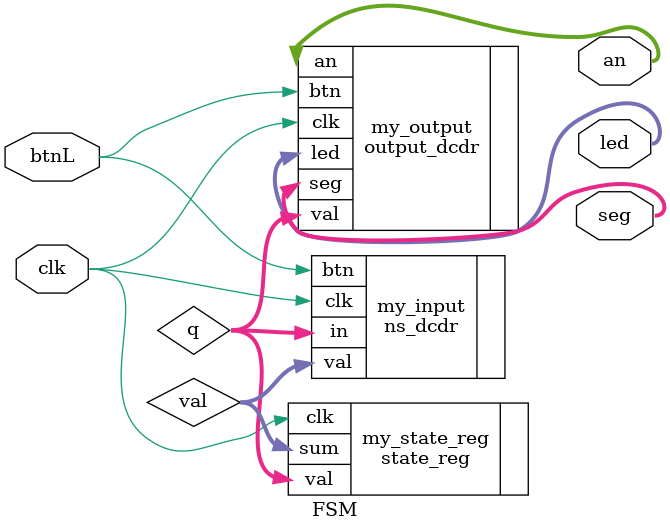
<source format=v>
`timescale 1ns / 1ps


module FSM(
    input btnL,
    input clk,
    output [7:0] seg,
    output [3:0] an,
    output [14:0] led
    );
    
    wire [3:0] val, q;
    
    ns_dcdr my_input(
    .in(q), .btn(btnL), .clk(clk), .val(val)
    );
    
    state_reg my_state_reg(
    .clk(clk), .val(q), .sum(val)
    );
    
    output_dcdr my_output(
    .val (q), .clk(clk), .led(led), .seg(seg), .an(an), .btn(btnL)
    );
    
endmodule

</source>
